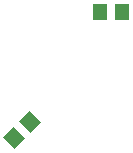
<source format=gbp>
%FSLAX25Y25*%
%MOIN*%
G70*
G01*
G75*
G04 Layer_Color=128*
%ADD10C,0.03000*%
%ADD11C,0.02000*%
%ADD12C,0.06000*%
G04:AMPARAMS|DCode=13|XSize=70mil|YSize=63mil|CornerRadius=0mil|HoleSize=0mil|Usage=FLASHONLY|Rotation=225.000|XOffset=0mil|YOffset=0mil|HoleType=Round|Shape=Rectangle|*
%AMROTATEDRECTD13*
4,1,4,0.00248,0.04702,0.04702,0.00248,-0.00248,-0.04702,-0.04702,-0.00248,0.00248,0.04702,0.0*
%
%ADD13ROTATEDRECTD13*%

G04:AMPARAMS|DCode=14|XSize=9.84mil|YSize=61.02mil|CornerRadius=0mil|HoleSize=0mil|Usage=FLASHONLY|Rotation=45.000|XOffset=0mil|YOffset=0mil|HoleType=Round|Shape=Round|*
%AMOVALD14*
21,1,0.05118,0.00984,0.00000,0.00000,135.0*
1,1,0.00984,0.01810,-0.01810*
1,1,0.00984,-0.01810,0.01810*
%
%ADD14OVALD14*%

G04:AMPARAMS|DCode=15|XSize=9.84mil|YSize=61.02mil|CornerRadius=0mil|HoleSize=0mil|Usage=FLASHONLY|Rotation=315.000|XOffset=0mil|YOffset=0mil|HoleType=Round|Shape=Round|*
%AMOVALD15*
21,1,0.05118,0.00984,0.00000,0.00000,45.0*
1,1,0.00984,-0.01810,-0.01810*
1,1,0.00984,0.01810,0.01810*
%
%ADD15OVALD15*%

%ADD16O,0.01181X0.05118*%
%ADD17O,0.05118X0.01181*%
%ADD18R,0.05118X0.01181*%
%ADD19O,0.08661X0.02362*%
G04:AMPARAMS|DCode=20|XSize=23.62mil|YSize=62.99mil|CornerRadius=0mil|HoleSize=0mil|Usage=FLASHONLY|Rotation=225.000|XOffset=0mil|YOffset=0mil|HoleType=Round|Shape=Rectangle|*
%AMROTATEDRECTD20*
4,1,4,-0.01392,0.03062,0.03062,-0.01392,0.01392,-0.03062,-0.03062,0.01392,-0.01392,0.03062,0.0*
%
%ADD20ROTATEDRECTD20*%

G04:AMPARAMS|DCode=21|XSize=55.12mil|YSize=66.93mil|CornerRadius=0mil|HoleSize=0mil|Usage=FLASHONLY|Rotation=225.000|XOffset=0mil|YOffset=0mil|HoleType=Round|Shape=Rectangle|*
%AMROTATEDRECTD21*
4,1,4,-0.00418,0.04315,0.04315,-0.00418,0.00418,-0.04315,-0.04315,0.00418,-0.00418,0.04315,0.0*
%
%ADD21ROTATEDRECTD21*%

%ADD22R,0.05118X0.00984*%
%ADD23O,0.05118X0.00984*%
%ADD24O,0.00984X0.05118*%
%ADD25R,0.06299X0.01181*%
%ADD26O,0.06299X0.01181*%
%ADD27R,0.09843X0.09843*%
%ADD28R,0.05118X0.04134*%
%ADD29R,0.26575X0.05118*%
%ADD30R,0.04134X0.05118*%
G04:AMPARAMS|DCode=31|XSize=41.34mil|YSize=51.18mil|CornerRadius=0mil|HoleSize=0mil|Usage=FLASHONLY|Rotation=225.000|XOffset=0mil|YOffset=0mil|HoleType=Round|Shape=Rectangle|*
%AMROTATEDRECTD31*
4,1,4,-0.00348,0.03271,0.03271,-0.00348,0.00348,-0.03271,-0.03271,0.00348,-0.00348,0.03271,0.0*
%
%ADD31ROTATEDRECTD31*%

G04:AMPARAMS|DCode=32|XSize=41.34mil|YSize=51.18mil|CornerRadius=0mil|HoleSize=0mil|Usage=FLASHONLY|Rotation=135.000|XOffset=0mil|YOffset=0mil|HoleType=Round|Shape=Rectangle|*
%AMROTATEDRECTD32*
4,1,4,0.03271,0.00348,-0.00348,-0.03271,-0.03271,-0.00348,0.00348,0.03271,0.03271,0.00348,0.0*
%
%ADD32ROTATEDRECTD32*%

%ADD33R,0.05118X0.26575*%
%ADD34C,0.07000*%
%ADD35C,0.01200*%
%ADD36C,0.04000*%
%ADD37C,0.01500*%
%ADD38C,0.01000*%
%ADD39C,0.02500*%
%ADD40C,0.01400*%
%ADD41P,0.08485X4X360.0*%
%ADD42C,0.06000*%
%ADD43R,0.06000X0.06000*%
%ADD44P,0.08485X4X270.0*%
%ADD45P,0.09900X4X180.0*%
%ADD46C,0.07000*%
%ADD47R,0.06000X0.06000*%
%ADD48C,0.27559*%
%ADD49C,0.06693*%
%ADD50C,0.05000*%
%ADD51C,0.05000*%
%ADD52C,0.02100*%
G04:AMPARAMS|DCode=53|XSize=51mil|YSize=55mil|CornerRadius=0mil|HoleSize=0mil|Usage=FLASHONLY|Rotation=45.000|XOffset=0mil|YOffset=0mil|HoleType=Round|Shape=Rectangle|*
%AMROTATEDRECTD53*
4,1,4,0.00141,-0.03748,-0.03748,0.00141,-0.00141,0.03748,0.03748,-0.00141,0.00141,-0.03748,0.0*
%
%ADD53ROTATEDRECTD53*%

%ADD54R,0.05100X0.05500*%
%ADD55C,0.03937*%
%ADD56C,0.01800*%
%ADD57C,0.07874*%
%ADD58C,0.00984*%
%ADD59C,0.02362*%
%ADD60C,0.00787*%
%ADD61C,0.01181*%
%ADD62C,0.00394*%
%ADD63C,0.00900*%
G04:AMPARAMS|DCode=64|XSize=74mil|YSize=67mil|CornerRadius=0mil|HoleSize=0mil|Usage=FLASHONLY|Rotation=225.000|XOffset=0mil|YOffset=0mil|HoleType=Round|Shape=Rectangle|*
%AMROTATEDRECTD64*
4,1,4,0.00248,0.04985,0.04985,0.00248,-0.00248,-0.04985,-0.04985,-0.00248,0.00248,0.04985,0.0*
%
%ADD64ROTATEDRECTD64*%

G04:AMPARAMS|DCode=65|XSize=13.84mil|YSize=65.02mil|CornerRadius=0mil|HoleSize=0mil|Usage=FLASHONLY|Rotation=45.000|XOffset=0mil|YOffset=0mil|HoleType=Round|Shape=Round|*
%AMOVALD65*
21,1,0.05118,0.01384,0.00000,0.00000,135.0*
1,1,0.01384,0.01810,-0.01810*
1,1,0.01384,-0.01810,0.01810*
%
%ADD65OVALD65*%

G04:AMPARAMS|DCode=66|XSize=13.84mil|YSize=65.02mil|CornerRadius=0mil|HoleSize=0mil|Usage=FLASHONLY|Rotation=315.000|XOffset=0mil|YOffset=0mil|HoleType=Round|Shape=Round|*
%AMOVALD66*
21,1,0.05118,0.01384,0.00000,0.00000,45.0*
1,1,0.01384,-0.01810,-0.01810*
1,1,0.01384,0.01810,0.01810*
%
%ADD66OVALD66*%

%ADD67O,0.01581X0.05518*%
%ADD68O,0.05518X0.01581*%
%ADD69R,0.05518X0.01581*%
%ADD70O,0.09061X0.02762*%
G04:AMPARAMS|DCode=71|XSize=27.62mil|YSize=66.99mil|CornerRadius=0mil|HoleSize=0mil|Usage=FLASHONLY|Rotation=225.000|XOffset=0mil|YOffset=0mil|HoleType=Round|Shape=Rectangle|*
%AMROTATEDRECTD71*
4,1,4,-0.01392,0.03345,0.03345,-0.01392,0.01392,-0.03345,-0.03345,0.01392,-0.01392,0.03345,0.0*
%
%ADD71ROTATEDRECTD71*%

G04:AMPARAMS|DCode=72|XSize=59.12mil|YSize=70.93mil|CornerRadius=0mil|HoleSize=0mil|Usage=FLASHONLY|Rotation=225.000|XOffset=0mil|YOffset=0mil|HoleType=Round|Shape=Rectangle|*
%AMROTATEDRECTD72*
4,1,4,-0.00418,0.04598,0.04598,-0.00418,0.00418,-0.04598,-0.04598,0.00418,-0.00418,0.04598,0.0*
%
%ADD72ROTATEDRECTD72*%

%ADD73R,0.05518X0.01384*%
%ADD74O,0.05518X0.01384*%
%ADD75O,0.01384X0.05518*%
%ADD76R,0.06699X0.01581*%
%ADD77O,0.06699X0.01581*%
%ADD78R,0.10243X0.10243*%
%ADD79R,0.05518X0.04534*%
%ADD80R,0.26975X0.05518*%
%ADD81R,0.04534X0.05518*%
G04:AMPARAMS|DCode=82|XSize=45.34mil|YSize=55.18mil|CornerRadius=0mil|HoleSize=0mil|Usage=FLASHONLY|Rotation=225.000|XOffset=0mil|YOffset=0mil|HoleType=Round|Shape=Rectangle|*
%AMROTATEDRECTD82*
4,1,4,-0.00348,0.03554,0.03554,-0.00348,0.00348,-0.03554,-0.03554,0.00348,-0.00348,0.03554,0.0*
%
%ADD82ROTATEDRECTD82*%

G04:AMPARAMS|DCode=83|XSize=45.34mil|YSize=55.18mil|CornerRadius=0mil|HoleSize=0mil|Usage=FLASHONLY|Rotation=135.000|XOffset=0mil|YOffset=0mil|HoleType=Round|Shape=Rectangle|*
%AMROTATEDRECTD83*
4,1,4,0.03554,0.00348,-0.00348,-0.03554,-0.03554,-0.00348,0.00348,0.03554,0.03554,0.00348,0.0*
%
%ADD83ROTATEDRECTD83*%

%ADD84R,0.05518X0.26975*%
%ADD85P,0.09051X4X360.0*%
%ADD86C,0.06400*%
%ADD87R,0.06400X0.06400*%
%ADD88P,0.09051X4X270.0*%
%ADD89P,0.10465X4X180.0*%
%ADD90C,0.07400*%
%ADD91R,0.06400X0.06400*%
%ADD92C,0.27959*%
%ADD93C,0.07093*%
%ADD94C,0.05400*%
G04:AMPARAMS|DCode=95|XSize=55mil|YSize=59mil|CornerRadius=0mil|HoleSize=0mil|Usage=FLASHONLY|Rotation=45.000|XOffset=0mil|YOffset=0mil|HoleType=Round|Shape=Rectangle|*
%AMROTATEDRECTD95*
4,1,4,0.00141,-0.04031,-0.04031,0.00141,-0.00141,0.04031,0.04031,-0.00141,0.00141,-0.04031,0.0*
%
%ADD95ROTATEDRECTD95*%

%ADD96R,0.05500X0.05900*%
D53*
X682000Y456000D02*
D03*
X687303Y461303D02*
D03*
D54*
X718000Y498000D02*
D03*
X710500D02*
D03*
M02*

</source>
